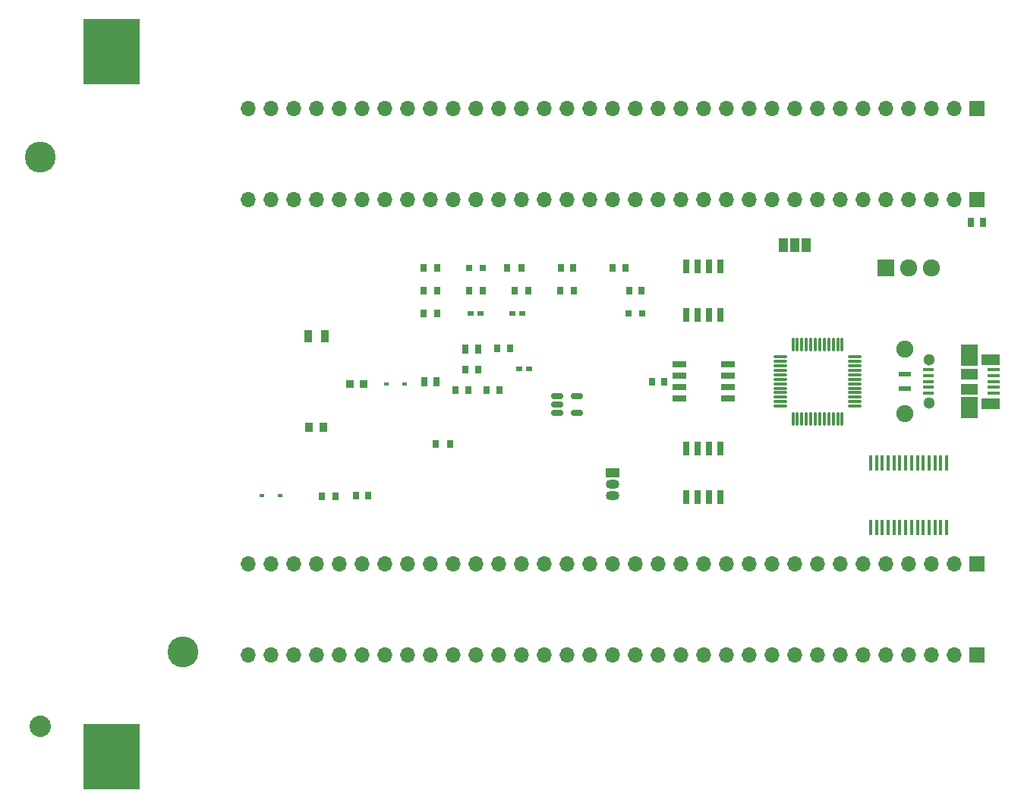
<source format=gbr>
%TF.GenerationSoftware,KiCad,Pcbnew,(6.0.1)*%
%TF.CreationDate,2022-03-23T10:27:18+02:00*%
%TF.ProjectId,main,6d61696e-2e6b-4696-9361-645f70636258,rev?*%
%TF.SameCoordinates,Original*%
%TF.FileFunction,Soldermask,Top*%
%TF.FilePolarity,Negative*%
%FSLAX46Y46*%
G04 Gerber Fmt 4.6, Leading zero omitted, Abs format (unit mm)*
G04 Created by KiCad (PCBNEW (6.0.1)) date 2022-03-23 10:27:18*
%MOMM*%
%LPD*%
G01*
G04 APERTURE LIST*
G04 Aperture macros list*
%AMRoundRect*
0 Rectangle with rounded corners*
0 $1 Rounding radius*
0 $2 $3 $4 $5 $6 $7 $8 $9 X,Y pos of 4 corners*
0 Add a 4 corners polygon primitive as box body*
4,1,4,$2,$3,$4,$5,$6,$7,$8,$9,$2,$3,0*
0 Add four circle primitives for the rounded corners*
1,1,$1+$1,$2,$3*
1,1,$1+$1,$4,$5*
1,1,$1+$1,$6,$7*
1,1,$1+$1,$8,$9*
0 Add four rect primitives between the rounded corners*
20,1,$1+$1,$2,$3,$4,$5,0*
20,1,$1+$1,$4,$5,$6,$7,0*
20,1,$1+$1,$6,$7,$8,$9,0*
20,1,$1+$1,$8,$9,$2,$3,0*%
G04 Aperture macros list end*
%ADD10R,0.900000X1.000000*%
%ADD11R,0.760000X0.980000*%
%ADD12RoundRect,0.150000X-0.512500X-0.150000X0.512500X-0.150000X0.512500X0.150000X-0.512500X0.150000X0*%
%ADD13R,0.730000X0.940000*%
%ADD14R,0.950000X1.400000*%
%ADD15R,0.900000X0.950000*%
%ADD16R,0.800000X0.950000*%
%ADD17R,1.380000X0.450000*%
%ADD18R,2.100000X1.300000*%
%ADD19R,1.900000X1.175000*%
%ADD20R,1.900000X2.375000*%
%ADD21R,1.920000X1.920000*%
%ADD22C,1.920000*%
%ADD23R,1.700000X1.700000*%
%ADD24O,1.700000X1.700000*%
%ADD25R,1.250000X0.400000*%
%ADD26C,1.300000*%
%ADD27C,1.900000*%
%ADD28R,1.350000X0.600000*%
%ADD29R,0.800000X0.800000*%
%ADD30R,1.525000X0.650000*%
%ADD31R,0.600000X0.450000*%
%ADD32RoundRect,0.075000X-0.662500X-0.075000X0.662500X-0.075000X0.662500X0.075000X-0.662500X0.075000X0*%
%ADD33RoundRect,0.075000X-0.075000X-0.662500X0.075000X-0.662500X0.075000X0.662500X-0.075000X0.662500X0*%
%ADD34R,1.000000X1.500000*%
%ADD35R,0.750000X0.600000*%
%ADD36R,0.700000X0.600000*%
%ADD37R,0.450000X1.750000*%
%ADD38R,0.650000X1.525000*%
%ADD39C,2.390000*%
%ADD40C,3.450000*%
%ADD41R,6.350000X7.340000*%
%ADD42R,1.500000X1.050000*%
%ADD43O,1.500000X1.050000*%
G04 APERTURE END LIST*
D10*
%TO.C,FB1*%
X105840000Y-101600000D03*
X107440000Y-101600000D03*
%TD*%
D11*
%TO.C,C6*%
X118670000Y-96520000D03*
X120090000Y-96520000D03*
%TD*%
D12*
%TO.C,U1*%
X133482500Y-98110000D03*
X133482500Y-99060000D03*
X133482500Y-100010000D03*
X135757500Y-100010000D03*
X135757500Y-98110000D03*
%TD*%
D13*
%TO.C,C12*%
X133910000Y-83820000D03*
X135330000Y-83820000D03*
%TD*%
D14*
%TO.C,R2*%
X105730000Y-91440000D03*
X107630000Y-91440000D03*
%TD*%
D15*
%TO.C,D1*%
X110440000Y-96805000D03*
X111940000Y-96805000D03*
%TD*%
D16*
%TO.C,R5*%
X118580000Y-88900000D03*
X120180000Y-88900000D03*
%TD*%
%TO.C,R9*%
X128740000Y-86360000D03*
X130340000Y-86360000D03*
%TD*%
D17*
%TO.C,J5*%
X182185000Y-95220000D03*
X182185000Y-95870000D03*
X182185000Y-96520000D03*
X182185000Y-97170000D03*
X182185000Y-97820000D03*
D18*
X181825000Y-98972500D03*
X181825000Y-94067500D03*
D19*
X179525000Y-95682500D03*
X179525000Y-97357500D03*
D20*
X179525000Y-93607500D03*
X179525000Y-99432500D03*
%TD*%
D21*
%TO.C,Q1*%
X170180000Y-83820000D03*
D22*
X172720000Y-83820000D03*
X175260000Y-83820000D03*
%TD*%
D13*
%TO.C,C5*%
X125685000Y-97470000D03*
X127105000Y-97470000D03*
%TD*%
D23*
%TO.C,J2*%
X180340000Y-76200000D03*
D24*
X177800000Y-76200000D03*
X175260000Y-76200000D03*
X172720000Y-76200000D03*
X170180000Y-76200000D03*
X167640000Y-76200000D03*
X165100000Y-76200000D03*
X162560000Y-76200000D03*
X160020000Y-76200000D03*
X157480000Y-76200000D03*
X154940000Y-76200000D03*
X152400000Y-76200000D03*
X149860000Y-76200000D03*
X147320000Y-76200000D03*
X144780000Y-76200000D03*
X142240000Y-76200000D03*
X139700000Y-76200000D03*
X137160000Y-76200000D03*
X134620000Y-76200000D03*
X132080000Y-76200000D03*
X129540000Y-76200000D03*
X127000000Y-76200000D03*
X124460000Y-76200000D03*
X121920000Y-76200000D03*
X119380000Y-76200000D03*
X116840000Y-76200000D03*
X114300000Y-76200000D03*
X111760000Y-76200000D03*
X109220000Y-76200000D03*
X106680000Y-76200000D03*
X104140000Y-76200000D03*
X101600000Y-76200000D03*
X99060000Y-76200000D03*
%TD*%
D25*
%TO.C,J5*%
X174947212Y-95220000D03*
X174947212Y-95870000D03*
X174947212Y-96520000D03*
X174947212Y-97170000D03*
X174947212Y-97820000D03*
D26*
X174972212Y-94095000D03*
X174972212Y-98945000D03*
D27*
X172302212Y-92920000D03*
X172302212Y-100120000D03*
D28*
X172297212Y-95720000D03*
X172297212Y-97320000D03*
%TD*%
D29*
%TO.C,A2*%
X141490000Y-88900000D03*
X142990000Y-88900000D03*
%TD*%
D11*
%TO.C,C4*%
X179630000Y-78740000D03*
X181050000Y-78740000D03*
%TD*%
D30*
%TO.C,IC1*%
X147148000Y-94615000D03*
X147148000Y-95885000D03*
X147148000Y-97155000D03*
X147148000Y-98425000D03*
X152572000Y-98425000D03*
X152572000Y-97155000D03*
X152572000Y-95885000D03*
X152572000Y-94615000D03*
%TD*%
D31*
%TO.C,D3*%
X102650000Y-109220000D03*
X100550000Y-109220000D03*
%TD*%
D32*
%TO.C,MCU1*%
X158397500Y-93770000D03*
X158397500Y-94270000D03*
X158397500Y-94770000D03*
X158397500Y-95270000D03*
X158397500Y-95770000D03*
X158397500Y-96270000D03*
X158397500Y-96770000D03*
X158397500Y-97270000D03*
X158397500Y-97770000D03*
X158397500Y-98270000D03*
X158397500Y-98770000D03*
X158397500Y-99270000D03*
D33*
X159810000Y-100682500D03*
X160310000Y-100682500D03*
X160810000Y-100682500D03*
X161310000Y-100682500D03*
X161810000Y-100682500D03*
X162310000Y-100682500D03*
X162810000Y-100682500D03*
X163310000Y-100682500D03*
X163810000Y-100682500D03*
X164310000Y-100682500D03*
X164810000Y-100682500D03*
X165310000Y-100682500D03*
D32*
X166722500Y-99270000D03*
X166722500Y-98770000D03*
X166722500Y-98270000D03*
X166722500Y-97770000D03*
X166722500Y-97270000D03*
X166722500Y-96770000D03*
X166722500Y-96270000D03*
X166722500Y-95770000D03*
X166722500Y-95270000D03*
X166722500Y-94770000D03*
X166722500Y-94270000D03*
X166722500Y-93770000D03*
D33*
X165310000Y-92357500D03*
X164810000Y-92357500D03*
X164310000Y-92357500D03*
X163810000Y-92357500D03*
X163310000Y-92357500D03*
X162810000Y-92357500D03*
X162310000Y-92357500D03*
X161810000Y-92357500D03*
X161310000Y-92357500D03*
X160810000Y-92357500D03*
X160310000Y-92357500D03*
X159810000Y-92357500D03*
%TD*%
D29*
%TO.C,A1*%
X123710000Y-83820000D03*
X125210000Y-83820000D03*
%TD*%
D16*
%TO.C,R12*%
X119990000Y-103450000D03*
X121590000Y-103450000D03*
%TD*%
D31*
%TO.C,D2*%
X116540000Y-96830000D03*
X114440000Y-96830000D03*
%TD*%
D13*
%TO.C,C11*%
X139700000Y-83820000D03*
X141120000Y-83820000D03*
%TD*%
D23*
%TO.C,J1*%
X180340000Y-66040000D03*
D24*
X177800000Y-66040000D03*
X175260000Y-66040000D03*
X172720000Y-66040000D03*
X170180000Y-66040000D03*
X167640000Y-66040000D03*
X165100000Y-66040000D03*
X162560000Y-66040000D03*
X160020000Y-66040000D03*
X157480000Y-66040000D03*
X154940000Y-66040000D03*
X152400000Y-66040000D03*
X149860000Y-66040000D03*
X147320000Y-66040000D03*
X144780000Y-66040000D03*
X142240000Y-66040000D03*
X139700000Y-66040000D03*
X137160000Y-66040000D03*
X134620000Y-66040000D03*
X132080000Y-66040000D03*
X129540000Y-66040000D03*
X127000000Y-66040000D03*
X124460000Y-66040000D03*
X121920000Y-66040000D03*
X119380000Y-66040000D03*
X116840000Y-66040000D03*
X114300000Y-66040000D03*
X111760000Y-66040000D03*
X109220000Y-66040000D03*
X106680000Y-66040000D03*
X104140000Y-66040000D03*
X101600000Y-66040000D03*
X99060000Y-66040000D03*
%TD*%
D13*
%TO.C,C9*%
X144070000Y-96520000D03*
X145490000Y-96520000D03*
%TD*%
D16*
%TO.C,R13*%
X127940000Y-83820000D03*
X129540000Y-83820000D03*
%TD*%
D13*
%TO.C,C1*%
X122185000Y-97470000D03*
X123605000Y-97470000D03*
%TD*%
D34*
%TO.C,JP1*%
X158720000Y-81280000D03*
X160020000Y-81280000D03*
X161320000Y-81280000D03*
%TD*%
D16*
%TO.C,R4*%
X118580000Y-86360000D03*
X120180000Y-86360000D03*
%TD*%
D35*
%TO.C,R6*%
X128535000Y-88900000D03*
X129635000Y-88900000D03*
%TD*%
D16*
%TO.C,R10*%
X133820000Y-86360000D03*
X135420000Y-86360000D03*
%TD*%
D11*
%TO.C,C3*%
X123310000Y-92870000D03*
X124730000Y-92870000D03*
%TD*%
D13*
%TO.C,C7*%
X126825000Y-92850000D03*
X128245000Y-92850000D03*
%TD*%
%TO.C,C2*%
X111050000Y-109220000D03*
X112470000Y-109220000D03*
%TD*%
D36*
%TO.C,R1*%
X129270000Y-95070000D03*
X130370000Y-95070000D03*
%TD*%
D23*
%TO.C,J4*%
X180340000Y-127000000D03*
D24*
X177800000Y-127000000D03*
X175260000Y-127000000D03*
X172720000Y-127000000D03*
X170180000Y-127000000D03*
X167640000Y-127000000D03*
X165100000Y-127000000D03*
X162560000Y-127000000D03*
X160020000Y-127000000D03*
X157480000Y-127000000D03*
X154940000Y-127000000D03*
X152400000Y-127000000D03*
X149860000Y-127000000D03*
X147320000Y-127000000D03*
X144780000Y-127000000D03*
X142240000Y-127000000D03*
X139700000Y-127000000D03*
X137160000Y-127000000D03*
X134620000Y-127000000D03*
X132080000Y-127000000D03*
X129540000Y-127000000D03*
X127000000Y-127000000D03*
X124460000Y-127000000D03*
X121920000Y-127000000D03*
X119380000Y-127000000D03*
X116840000Y-127000000D03*
X114300000Y-127000000D03*
X111760000Y-127000000D03*
X109220000Y-127000000D03*
X106680000Y-127000000D03*
X104140000Y-127000000D03*
X101600000Y-127000000D03*
X99060000Y-127000000D03*
%TD*%
D37*
%TO.C,U2*%
X168495000Y-112820000D03*
X169145000Y-112820000D03*
X169795000Y-112820000D03*
X170445000Y-112820000D03*
X171095000Y-112820000D03*
X171745000Y-112820000D03*
X172395000Y-112820000D03*
X173045000Y-112820000D03*
X173695000Y-112820000D03*
X174345000Y-112820000D03*
X174995000Y-112820000D03*
X175645000Y-112820000D03*
X176295000Y-112820000D03*
X176945000Y-112820000D03*
X176945000Y-105620000D03*
X176295000Y-105620000D03*
X175645000Y-105620000D03*
X174995000Y-105620000D03*
X174345000Y-105620000D03*
X173695000Y-105620000D03*
X173045000Y-105620000D03*
X172395000Y-105620000D03*
X171745000Y-105620000D03*
X171095000Y-105620000D03*
X170445000Y-105620000D03*
X169795000Y-105620000D03*
X169145000Y-105620000D03*
X168495000Y-105620000D03*
%TD*%
D23*
%TO.C,J3*%
X180340000Y-116840000D03*
D24*
X177800000Y-116840000D03*
X175260000Y-116840000D03*
X172720000Y-116840000D03*
X170180000Y-116840000D03*
X167640000Y-116840000D03*
X165100000Y-116840000D03*
X162560000Y-116840000D03*
X160020000Y-116840000D03*
X157480000Y-116840000D03*
X154940000Y-116840000D03*
X152400000Y-116840000D03*
X149860000Y-116840000D03*
X147320000Y-116840000D03*
X144780000Y-116840000D03*
X142240000Y-116840000D03*
X139700000Y-116840000D03*
X137160000Y-116840000D03*
X134620000Y-116840000D03*
X132080000Y-116840000D03*
X129540000Y-116840000D03*
X127000000Y-116840000D03*
X124460000Y-116840000D03*
X121920000Y-116840000D03*
X119380000Y-116840000D03*
X116840000Y-116840000D03*
X114300000Y-116840000D03*
X111760000Y-116840000D03*
X109220000Y-116840000D03*
X106680000Y-116840000D03*
X104140000Y-116840000D03*
X101600000Y-116840000D03*
X99060000Y-116840000D03*
%TD*%
D35*
%TO.C,R7*%
X123910000Y-88900000D03*
X125010000Y-88900000D03*
%TD*%
D13*
%TO.C,C8*%
X123295000Y-95180000D03*
X124715000Y-95180000D03*
%TD*%
D16*
%TO.C,R11*%
X118580000Y-83820000D03*
X120180000Y-83820000D03*
%TD*%
%TO.C,R3*%
X107235000Y-109350000D03*
X108835000Y-109350000D03*
%TD*%
D38*
%TO.C,IC2*%
X147955000Y-89072000D03*
X149225000Y-89072000D03*
X150495000Y-89072000D03*
X151765000Y-89072000D03*
X151765000Y-83648000D03*
X150495000Y-83648000D03*
X149225000Y-83648000D03*
X147955000Y-83648000D03*
%TD*%
%TO.C,IC3*%
X147955000Y-109392000D03*
X149225000Y-109392000D03*
X150495000Y-109392000D03*
X151765000Y-109392000D03*
X151765000Y-103968000D03*
X150495000Y-103968000D03*
X149225000Y-103968000D03*
X147955000Y-103968000D03*
%TD*%
D16*
%TO.C,R8*%
X123660000Y-86360000D03*
X125260000Y-86360000D03*
%TD*%
D39*
%TO.C,BT1*%
X75820000Y-134990000D03*
D40*
X75820000Y-71460000D03*
X91820000Y-126660000D03*
D41*
X83820000Y-138390000D03*
X83820000Y-59730000D03*
%TD*%
D42*
%TO.C,U3*%
X139700000Y-106680000D03*
D43*
X139700000Y-107950000D03*
X139700000Y-109220000D03*
%TD*%
D13*
%TO.C,C10*%
X141530000Y-86360000D03*
X142950000Y-86360000D03*
%TD*%
M02*

</source>
